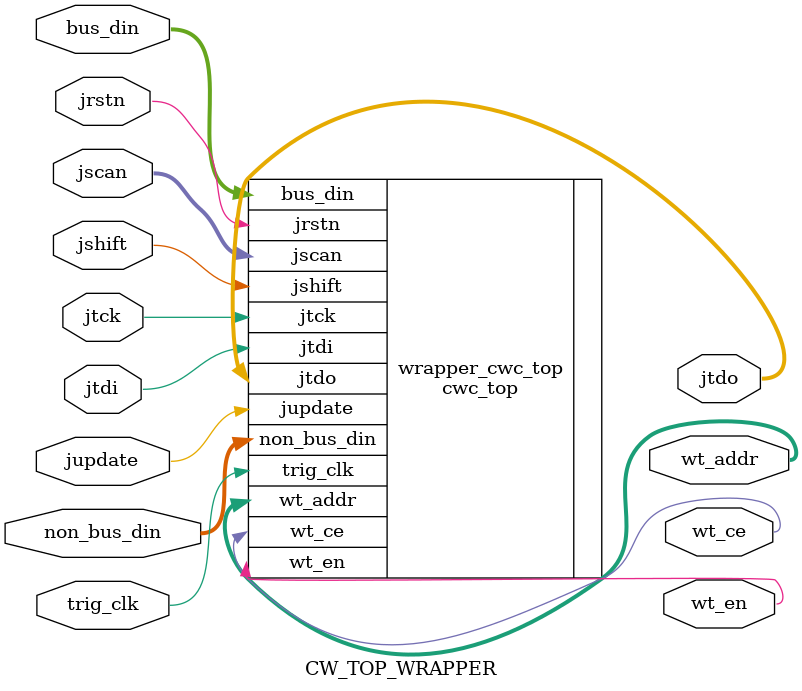
<source format=v>
module CW_TOP_WRAPPER(jtdi, jtck, jrstn, jscan, jshift, jupdate, jtdo, non_bus_din, bus_din, trig_clk, wt_ce, wt_en, wt_addr);
	localparam DEFAULT_CTRL_REG_LEN = 89;
	localparam DEFAULT_STAT_REG_LEN = 18;
	localparam DEFAULT_STOP_LEN = 5461;
	localparam DEFAULT_NON_BUS_NODE_NUM = 0;
	localparam DEFAULT_BUS_NODE_NUM = 4;
	localparam DEFAULT_BUS_NUM = 1;
	localparam DEFAULT_BUS1_WIDTH = 4;
	input jtdi;
	input jtck;
	input jrstn;
	input [1:0] jscan;
	input jshift;
	input jupdate;
	output [1:0] jtdo;
	input trig_clk;
	input [DEFAULT_NON_BUS_NODE_NUM-1:0] non_bus_din;
	input [DEFAULT_BUS_NODE_NUM-1:0] bus_din;
	output wt_ce;
	output wt_en;
	output [15:0] wt_addr;

	cwc_top #(.BUS1_WIDTH(DEFAULT_BUS1_WIDTH), .CTRL_REG_LEN(DEFAULT_CTRL_REG_LEN), .STAT_REG_LEN(DEFAULT_STAT_REG_LEN), .STOP_LEN(DEFAULT_STOP_LEN), .NON_BUS_NODE_NUM(DEFAULT_NON_BUS_NODE_NUM), .BUS_NODE_NUM(DEFAULT_BUS_NODE_NUM), .BUS_NUM(DEFAULT_BUS_NUM))
	 wrapper_cwc_top(
		.jtdi(jtdi),
		.jtck(jtck),
		.jrstn(jrstn),
		.jscan(jscan),
		.jshift(jshift),
		.jupdate(jupdate),
		.jtdo(jtdo),
		.non_bus_din(non_bus_din),
		.bus_din(bus_din),
		.trig_clk(trig_clk),
		.wt_ce(wt_ce),
		.wt_en(wt_en),
		.wt_addr(wt_addr)
	);
endmodule



</source>
